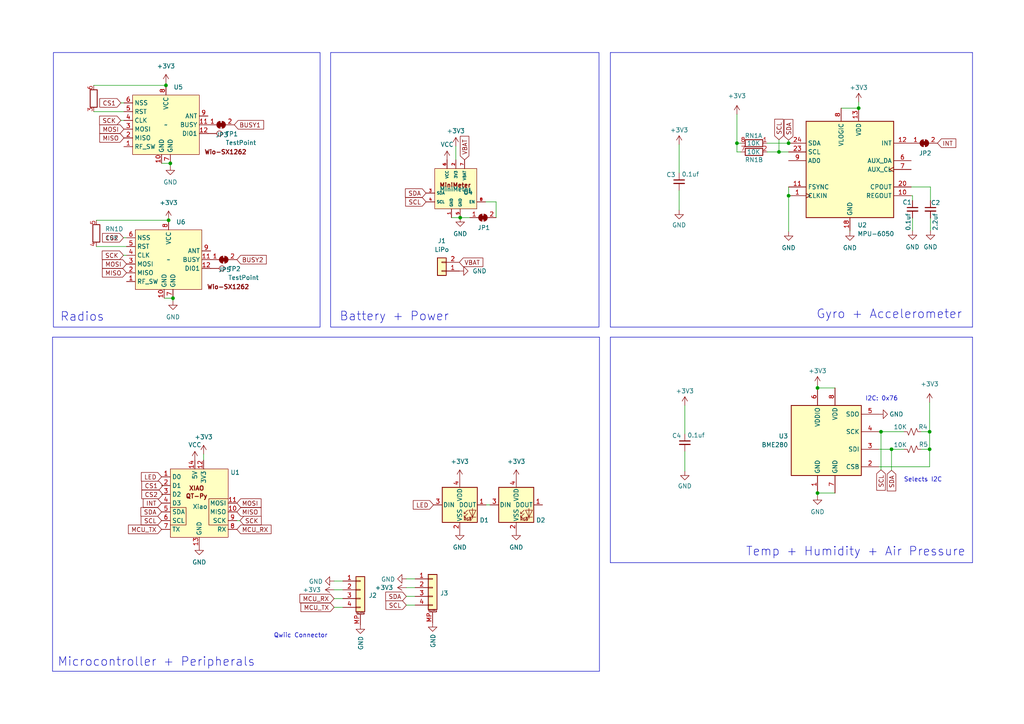
<source format=kicad_sch>
(kicad_sch (version 20230121) (generator eeschema)
  (paper "A4")
  (lib_symbols
    (symbol "Connector:TestPoint" (pin_numbers hide) (pin_names (offset 0.762) hide)
      (property "Reference" "TP" (at 0 6.858 0))
      (property "Value" "TestPoint" (at 0 5.08 0))
      (symbol "TestPoint_0_1"
        (circle (center 0 3.302) (radius 0.762))
      )
      (symbol "TestPoint_1_1"
        (pin passive line (at 0 0 90) (length 2.54) (name "1") (number "1"))
      )
    )
    (symbol "Connector_Generic:Conn_01x02" (pin_names (offset 1.016) hide)
      (property "Reference" "J" (at 0 2.54 0))
      (property "Value" "Conn_01x02" (at 0 -5.08 0))
      (symbol "Conn_01x02_1_1"
        (rectangle (start -1.27 -2.413) (end 0 -2.667) (stroke (width 0.1524)))
        (rectangle (start -1.27 0.127) (end 0 -0.127) (stroke (width 0.1524)))
        (rectangle (start -1.27 1.27) (end 1.27 -3.81) (stroke (width 0.254)) (fill (type background)))
        (pin passive line (at -5.08 0 0) (length 3.81) (name "Pin_1") (number "1"))
        (pin passive line (at -5.08 -2.54 0) (length 3.81) (name "Pin_2") (number "2"))
      )
    )
    (symbol "Connector_Generic_MountingPin:Conn_01x04_MountingPin" (pin_names (offset 1.016) hide)
      (property "Reference" "J" (at 0 5.08 0))
      (property "Value" "Conn_01x04_MountingPin" (at 1.27 -7.62 0))
      (symbol "Conn_01x04_MountingPin_1_1"
        (rectangle (start -1.27 -4.953) (end 0 -5.207) (stroke (width 0.1524)))
        (rectangle (start -1.27 -2.413) (end 0 -2.667) (stroke (width 0.1524)))
        (rectangle (start -1.27 0.127) (end 0 -0.127) (stroke (width 0.1524)))
        (rectangle (start -1.27 2.667) (end 0 2.413) (stroke (width 0.1524)))
        (rectangle (start -1.27 3.81) (end 1.27 -6.35) (stroke (width 0.254)) (fill (type background)))
        (polyline (pts (xy -1.016 -7.112) (xy 1.016 -7.112)) (stroke (width 0.1524)))
        (text "Mounting" (at 0 -6.731 0) (effects (font (size 0.381 0.381))))
        (pin passive line (at -5.08 2.54 0) (length 3.81) (name "Pin_1") (number "1"))
        (pin passive line (at -5.08 0 0) (length 3.81) (name "Pin_2") (number "2"))
        (pin passive line (at -5.08 -2.54 0) (length 3.81) (name "Pin_3") (number "3"))
        (pin passive line (at -5.08 -5.08 0) (length 3.81) (name "Pin_4") (number "4"))
        (pin passive line (at 0 -10.16 90) (length 3.048) (name "MountPin") (number "MP"))
      )
    )
    (symbol "Device:C_Small" (pin_numbers hide) (pin_names (offset 0.254) hide)
      (property "Reference" "C" (at 0.254 1.778 0))
      (property "Value" "C_Small" (at 0.254 -2.032 0))
      (symbol "C_Small_0_1"
        (polyline (pts (xy -1.524 -0.508) (xy 1.524 -0.508)) (stroke (width 0.3302)))
        (polyline (pts (xy -1.524 0.508) (xy 1.524 0.508)) (stroke (width 0.3048)))
      )
      (symbol "C_Small_1_1"
        (pin passive line (at 0 2.54 270) (length 2.032) (name "~") (number "1"))
        (pin passive line (at 0 -2.54 90) (length 2.032) (name "~") (number "2"))
      )
    )
    (symbol "Device:R_Pack04_Split" (pin_names (offset 0) hide)
      (property "Reference" "RN" (at 2.032 0 90))
      (property "Value" "R_Pack04_Split" (at 0 0 90))
      (symbol "R_Pack04_Split_0_1"
        (rectangle (start 1.016 2.54) (end -1.016 -2.54) (stroke (width 0.254)))
      )
      (symbol "R_Pack04_Split_1_1"
        (pin passive line (at 0 -3.81 90) (length 1.27) (name "R1.1") (number "1"))
        (pin passive line (at 0 3.81 270) (length 1.27) (name "R1.2") (number "8"))
      )
      (symbol "R_Pack04_Split_2_1"
        (pin passive line (at 0 -3.81 90) (length 1.27) (name "R2.1") (number "2"))
        (pin passive line (at 0 3.81 270) (length 1.27) (name "R2.2") (number "7"))
      )
      (symbol "R_Pack04_Split_3_1"
        (pin passive line (at 0 -3.81 90) (length 1.27) (name "R3.1") (number "3"))
        (pin passive line (at 0 3.81 270) (length 1.27) (name "R3.2") (number "6"))
      )
      (symbol "R_Pack04_Split_4_1"
        (pin passive line (at 0 -3.81 90) (length 1.27) (name "R4.1") (number "4"))
        (pin passive line (at 0 3.81 270) (length 1.27) (name "R4.2") (number "5"))
      )
    )
    (symbol "Device:R_Small_US" (pin_numbers hide) (pin_names (offset 0.254) hide)
      (property "Reference" "R" (at 0.762 0.508 0))
      (property "Value" "R_Small_US" (at 0.762 -1.016 0))
      (symbol "R_Small_US_1_1"
        (polyline (pts (xy 0 0) (xy 1.016 -0.381) (xy 0 -0.762) (xy -1.016 -1.143) (xy 0 -1.524)))
        (polyline (pts (xy 0 1.524) (xy 1.016 1.143) (xy 0 0.762) (xy -1.016 0.381) (xy 0 0)))
        (pin passive line (at 0 2.54 270) (length 1.016) (name "~") (number "1"))
        (pin passive line (at 0 -2.54 90) (length 1.016) (name "~") (number "2"))
      )
    )
    (symbol "Jumper:SolderJumper_2_Bridged" (pin_names (offset 0) hide)
      (property "Reference" "JP" (at 0 2.032 0))
      (property "Value" "SolderJumper_2_Bridged" (at 0 -2.54 0))
      (symbol "SolderJumper_2_Bridged_0_1"
        (rectangle (start -0.508 0.508) (end 0.508 -0.508) (fill (type outline)))
        (arc (start -0.254 1.016) (mid -1.2656 0) (end -0.254 -1.016))
        (arc (start -0.254 1.016) (mid -1.2656 0) (end -0.254 -1.016) (fill (type outline)))
        (polyline (pts (xy -0.254 1.016) (xy -0.254 -1.016)))
        (polyline (pts (xy 0.254 1.016) (xy 0.254 -1.016)))
        (arc (start 0.254 -1.016) (mid 1.2656 0) (end 0.254 1.016))
        (arc (start 0.254 -1.016) (mid 1.2656 0) (end 0.254 1.016) (fill (type outline)))
      )
      (symbol "SolderJumper_2_Bridged_1_1"
        (pin passive line (at -3.81 0 0) (length 2.54) (name "A") (number "1"))
        (pin passive line (at 3.81 0 180) (length 2.54) (name "B") (number "2"))
      )
    )
    (symbol "LED:SK6812MINI" (pin_names (offset 0.254))
      (property "Reference" "D" (at 5.08 5.715 0))
      (property "Value" "SK6812MINI" (at 1.27 -5.715 0))
      (symbol "SK6812MINI_0_0"
        (text "RGB" (at 2.286 -4.191 0) (effects (font (size 0.762 0.762))))
      )
      (symbol "SK6812MINI_0_1"
        (polyline (pts (xy 1.27 -3.556) (xy 1.778 -3.556)))
        (polyline (pts (xy 1.27 -2.54) (xy 1.778 -2.54)))
        (polyline (pts (xy 4.699 -3.556) (xy 2.667 -3.556)))
        (polyline (pts (xy 2.286 -2.54) (xy 1.27 -3.556) (xy 1.27 -3.048)))
        (polyline (pts (xy 2.286 -1.524) (xy 1.27 -2.54) (xy 1.27 -2.032)))
        (polyline (pts (xy 3.683 -1.016) (xy 3.683 -3.556) (xy 3.683 -4.064)))
        (polyline (pts (xy 4.699 -1.524) (xy 2.667 -1.524) (xy 3.683 -3.556) (xy 4.699 -1.524)))
        (rectangle (start 5.08 5.08) (end -5.08 -5.08) (stroke (width 0.254)) (fill (type background)))
      )
      (symbol "SK6812MINI_1_1"
        (pin output line (at 7.62 0 180) (length 2.54) (name "DOUT") (number "1"))
        (pin power_in line (at 0 -7.62 90) (length 2.54) (name "VSS") (number "2"))
        (pin input line (at -7.62 0 0) (length 2.54) (name "DIN") (number "3"))
        (pin power_in line (at 0 7.62 270) (length 2.54) (name "VDD") (number "4"))
      )
    )
    (symbol "MicroControllers:XIAO / QT-Py ESP32"
      (property "Reference" "U1" (at 10.414 8.89 0))
      (property "Value" "~" (at 0.254 -1.016 0))
      (symbol "XIAO / QT-Py ESP32_1_1"
        (rectangle (start -8.382 9.906) (end 8.382 -9.906) (fill (type background)))
        (polyline (pts (xy -8.382 -6.35) (xy -3.81 -6.35) (xy -3.81 -1.27) (xy -8.382 -1.27)))
        (polyline (pts (xy 8.382 1.27) (xy 2.794 1.27) (xy 2.794 -6.35) (xy 8.382 -6.35)))
        (text "QT-Py" (at -0.762 2.032 0) (effects (font (size 1.27 1.27) bold)))
        (text "XIAO" (at -0.762 4.318 0) (effects (font (size 1.27 1.27) bold)))
        (pin bidirectional line (at -10.922 7.62 0) (length 2.54) (name "D0") (number "1"))
        (pin bidirectional line (at 10.922 -2.54 180) (length 2.54) (name "MISO") (number "10"))
        (pin bidirectional line (at 10.922 0 180) (length 2.54) (name "MOSI") (number "11"))
        (pin power_out line (at 1.27 12.446 270) (length 2.54) (name "3V3") (number "12"))
        (pin bidirectional line (at 0 -12.446 90) (length 2.54) (name "GND") (number "13"))
        (pin power_in line (at -1.27 12.446 270) (length 2.54) (name "5V") (number "14"))
        (pin bidirectional line (at -10.922 5.08 0) (length 2.54) (name "D1") (number "2"))
        (pin bidirectional line (at -10.922 2.54 0) (length 2.54) (name "D2") (number "3"))
        (pin bidirectional line (at -10.922 0 0) (length 2.54) (name "D3") (number "4"))
        (pin bidirectional line (at -10.922 -2.54 0) (length 2.54) (name "SDA") (number "5"))
        (pin bidirectional line (at -10.922 -5.08 0) (length 2.54) (name "SCL") (number "6"))
        (pin bidirectional line (at -10.922 -7.62 0) (length 2.54) (name "TX") (number "7"))
        (pin bidirectional line (at 10.922 -7.62 180) (length 2.54) (name "RX") (number "8"))
        (pin bidirectional line (at 10.922 -5.08 180) (length 2.54) (name "SCK") (number "9"))
      )
    )
    (symbol "PicoCharge:MiniMeter"
      (property "Reference" "U" (at 3.556 -1.016 0))
      (symbol "MiniMeter_1_1"
        (rectangle (start -6.096 5.842) (end 6.096 -5.842) (fill (type background)))
        (text "MiniMeter" (at -4.826 1.016 0) (effects (font (size 1.27 1.27) bold) (justify left)))
        (pin passive line (at -1.27 -8.382 90) (length 2.54) (name "GND") (number "1"))
        (pin power_out line (at 0 8.382 270) (length 2.54) (name "3V3") (number "2"))
        (pin input line (at -8.636 -1.27 0) (length 2.54) (name "SDA") (number "3"))
        (pin output line (at -8.636 -3.81 0) (length 2.54) (name "SCL") (number "4"))
        (pin passive line (at 1.27 -8.382 90) (length 2.54) (name "GND") (number "5"))
        (pin power_in line (at -2.54 8.382 270) (length 2.54) (name "VCC") (number "6"))
        (pin power_in line (at 2.54 8.382 270) (length 2.54) (name "VBAT") (number "7"))
        (pin passive line (at 8.636 -3.81 180) (length 2.54) (name "EN") (number "8"))
      )
    )
    (symbol "Seeed:Wio-SX1262"
      (property "Reference" "U" (at 0 0 0))
      (symbol "Wio-SX1262_0_0"
        (pin unspecified line (at -12.192 -6.35 0) (length 2.54) (name "RF_SW") (number "1"))
        (pin unspecified line (at -1.27 -11.176 90) (length 2.54) (name "GND") (number "10"))
        (pin unspecified line (at 12.192 0 180) (length 2.54) (name "BUSY") (number "11"))
        (pin unspecified line (at 12.192 -2.54 180) (length 2.54) (name "DI01") (number "12"))
        (pin unspecified line (at -12.192 -3.81 0) (length 2.54) (name "MISO") (number "2"))
        (pin unspecified line (at -12.192 -1.27 0) (length 2.54) (name "MOSI") (number "3"))
        (pin unspecified line (at -12.192 1.27 0) (length 2.54) (name "CLK") (number "4"))
        (pin unspecified line (at -12.192 3.81 0) (length 2.54) (name "RST") (number "5"))
        (pin unspecified line (at -12.192 6.35 0) (length 2.54) (name "NSS") (number "6"))
        (pin power_in line (at 1.27 -11.176 90) (length 2.54) (name "GND") (number "7"))
        (pin power_in line (at 0 11.176 270) (length 2.54) (name "VCC") (number "8"))
        (pin unspecified line (at 12.192 2.54 180) (length 2.54) (name "ANT") (number "9"))
      )
      (symbol "Wio-SX1262_1_1"
        (rectangle (start -9.652 8.636) (end 9.652 -8.636) (fill (type background)))
        (text "Wio-SX1262" (at 17.272 -7.874 0) (effects (font (size 1.27 1.27) bold)))
      )
    )
    (symbol "Sensor:BME280"
      (property "Reference" "U" (at -8.89 11.43 0))
      (property "Value" "BME280" (at 7.62 11.43 0))
      (symbol "BME280_0_1"
        (rectangle (start -10.16 10.16) (end 10.16 -10.16) (stroke (width 0.254)) (fill (type background)))
      )
      (symbol "BME280_1_1"
        (pin power_in line (at -2.54 -15.24 90) (length 5.08) (name "GND") (number "1"))
        (pin input line (at 15.24 -7.62 180) (length 5.08) (name "CSB") (number "2"))
        (pin bidirectional line (at 15.24 -2.54 180) (length 5.08) (name "SDI") (number "3"))
        (pin input line (at 15.24 2.54 180) (length 5.08) (name "SCK") (number "4"))
        (pin bidirectional line (at 15.24 7.62 180) (length 5.08) (name "SDO") (number "5"))
        (pin power_in line (at -2.54 15.24 270) (length 5.08) (name "VDDIO") (number "6"))
        (pin power_in line (at 2.54 -15.24 90) (length 5.08) (name "GND") (number "7"))
        (pin power_in line (at 2.54 15.24 270) (length 5.08) (name "VDD") (number "8"))
      )
    )
    (symbol "Sensor_Motion:MPU-6050"
      (property "Reference" "U" (at -11.43 13.97 0))
      (property "Value" "MPU-6050" (at 7.62 -15.24 0))
      (symbol "MPU-6050_0_0"
        (text "" (at 12.7 -2.54 0) (effects (font (size 1.27 1.27))))
      )
      (symbol "MPU-6050_0_1"
        (rectangle (start -12.7 13.97) (end 12.7 -13.97) (stroke (width 0.254)) (fill (type background)))
      )
      (symbol "MPU-6050_1_1"
        (pin input clock (at -17.78 -7.62 0) (length 5.08) (name "CLKIN") (number "1"))
        (pin passive line (at 17.78 -7.62 180) (length 5.08) (name "REGOUT") (number "10"))
        (pin input line (at -17.78 -5.08 0) (length 5.08) (name "FSYNC") (number "11"))
        (pin output line (at 17.78 7.62 180) (length 5.08) (name "INT") (number "12"))
        (pin power_in line (at 2.54 17.78 270) (length 3.81) (name "VDD") (number "13"))
        (pin no_connect line (at -12.7 -10.16 0) (length 2.54) hide (name "NC") (number "14"))
        (pin no_connect line (at 12.7 12.7 180) (length 2.54) hide (name "NC") (number "15"))
        (pin no_connect line (at 12.7 10.16 180) (length 2.54) hide (name "NC") (number "16"))
        (pin no_connect line (at 12.7 5.08 180) (length 2.54) hide (name "NC") (number "17"))
        (pin power_in line (at 0 -17.78 90) (length 3.81) (name "GND") (number "18"))
        (pin no_connect line (at 12.7 -10.16 180) (length 2.54) hide (name "RESV") (number "19"))
        (pin no_connect line (at -12.7 12.7 0) (length 2.54) hide (name "NC") (number "2"))
        (pin passive line (at 17.78 -5.08 180) (length 5.08) (name "CPOUT") (number "20"))
        (pin no_connect line (at 12.7 -2.54 180) (length 2.54) hide (name "RESV") (number "21"))
        (pin no_connect line (at 12.7 -12.7 180) (length 2.54) hide (name "RESV") (number "22"))
        (pin input line (at -17.78 5.08 0) (length 5.08) (name "SCL") (number "23"))
        (pin bidirectional line (at -17.78 7.62 0) (length 5.08) (name "SDA") (number "24"))
        (pin no_connect line (at -12.7 10.16 0) (length 2.54) hide (name "NC") (number "3"))
        (pin no_connect line (at -12.7 0 0) (length 2.54) hide (name "NC") (number "4"))
        (pin no_connect line (at -12.7 -2.54 0) (length 2.54) hide (name "NC") (number "5"))
        (pin bidirectional line (at 17.78 2.54 180) (length 5.08) (name "AUX_DA") (number "6"))
        (pin output clock (at 17.78 0 180) (length 5.08) (name "AUX_CL") (number "7"))
        (pin power_in line (at -2.54 17.78 270) (length 3.81) (name "VLOGIC") (number "8"))
        (pin input line (at -17.78 2.54 0) (length 5.08) (name "AD0") (number "9"))
      )
    )
    (symbol "Wio-SX1262_1"
      (property "Reference" "U" (at 0 0 0))
      (symbol "Wio-SX1262_1_0_0"
        (pin unspecified line (at -12.192 -6.35 0) (length 2.54) (name "RF_SW") (number "1"))
        (pin unspecified line (at -1.27 -11.176 90) (length 2.54) (name "GND") (number "10"))
        (pin unspecified line (at 12.192 0 180) (length 2.54) (name "BUSY") (number "11"))
        (pin unspecified line (at 12.192 -2.54 180) (length 2.54) (name "DI01") (number "12"))
        (pin unspecified line (at -12.192 -3.81 0) (length 2.54) (name "MISO") (number "2"))
        (pin unspecified line (at -12.192 -1.27 0) (length 2.54) (name "MOSI") (number "3"))
        (pin unspecified line (at -12.192 1.27 0) (length 2.54) (name "CLK") (number "4"))
        (pin unspecified line (at -12.192 3.81 0) (length 2.54) (name "RST") (number "5"))
        (pin unspecified line (at -12.192 6.35 0) (length 2.54) (name "NSS") (number "6"))
        (pin power_in line (at 1.27 -11.176 90) (length 2.54) (name "GND") (number "7"))
        (pin power_in line (at 0 11.176 270) (length 2.54) (name "VCC") (number "8"))
        (pin unspecified line (at 12.192 2.54 180) (length 2.54) (name "ANT") (number "9"))
      )
      (symbol "Wio-SX1262_1_1_1"
        (rectangle (start -9.652 8.636) (end 9.652 -8.636) (fill (type background)))
        (text "Wio-SX1262" (at 17.272 -7.874 0) (effects (font (size 1.27 1.27) bold)))
      )
    )
    (symbol "power:+3V3" (power) (pin_names (offset 0))
      (property "Value" "+3V3" (at 0 3.556 0))
      (symbol "+3V3_0_1"
        (polyline (pts (xy -0.762 1.27) (xy 0 2.54)))
        (polyline (pts (xy 0 0) (xy 0 2.54)))
        (polyline (pts (xy 0 2.54) (xy 0.762 1.27)))
      )
      (symbol "+3V3_1_1"
        (pin power_in line (at 0 0 90) (length 0) hide (name "+3V3") (number "1"))
      )
    )
    (symbol "power:GND" (power) (pin_names (offset 0))
      (property "Value" "GND" (at 0 -3.81 0))
      (symbol "GND_0_1"
        (polyline (pts (xy 0 0) (xy 0 -1.27) (xy 1.27 -1.27) (xy 0 -2.54) (xy -1.27 -1.27) (xy 0 -1.27)))
      )
      (symbol "GND_1_1"
        (pin power_in line (at 0 0 270) (length 0) hide (name "GND") (number "1"))
      )
    )
    (symbol "power:VCC" (power) (pin_names (offset 0))
      (property "Value" "VCC" (at 0 3.81 0))
      (symbol "VCC_0_1"
        (polyline (pts (xy -0.762 1.27) (xy 0 2.54)))
        (polyline (pts (xy 0 0) (xy 0 2.54)))
        (polyline (pts (xy 0 2.54) (xy 0.762 1.27)))
      )
      (symbol "VCC_1_1"
        (pin power_in line (at 0 0 90) (length 0) hide (name "VCC") (number "1"))
      )
    )
  )
  (junction (at 225.933 44.069))
  (junction (at 48.133 24.765))
  (junction (at 255.524 125.222))
  (junction (at 269.621 125.222))
  (junction (at 237.109 143.002))
  (junction (at 133.477 63.119))
  (junction (at 50.165 86.487))
  (junction (at 228.727 56.769))
  (junction (at 258.572 130.302))
  (junction (at 269.621 130.302))
  (junction (at 237.109 112.522))
  (junction (at 49.403 47.371))
  (junction (at 228.727 41.529))
  (junction (at 213.741 41.529))
  (junction (at 48.895 63.881))
  (junction (at 249.047 31.369))
  (wire (pts (xy 243.967 31.369) (xy 249.047 31.369)))
  (wire (pts (xy 213.741 33.147) (xy 213.741 41.529)))
  (wire (pts (xy 249.047 29.591) (xy 249.047 31.369)))
  (polyline (pts (xy 15.24 194.691) (xy 173.863 194.691)))
  (wire (pts (xy 49.403 48.133) (xy 49.403 47.371)))
  (wire (pts (xy 196.977 41.91) (xy 196.977 50.165)))
  (polyline (pts (xy 15.24 97.79) (xy 15.24 194.691)))
  (wire (pts (xy 48.895 63.881) (xy 48.895 64.135)))
  (wire (pts (xy 237.109 111.76) (xy 237.109 112.522)))
  (wire (pts (xy 264.668 56.769) (xy 264.287 56.769)))
  (wire (pts (xy 264.668 58.166) (xy 264.668 56.769)))
  (polyline (pts (xy 173.863 97.79) (xy 173.863 194.691)))
  (wire (pts (xy 222.504 44.069) (xy 225.933 44.069)))
  (wire (pts (xy 27.178 32.385) (xy 35.941 32.385)))
  (wire (pts (xy 96.901 176.149) (xy 99.441 176.149)))
  (wire (pts (xy 48.133 24.13) (xy 48.133 24.765)))
  (wire (pts (xy 35.052 34.925) (xy 35.941 34.925)))
  (wire (pts (xy 213.741 41.529) (xy 213.741 44.069)))
  (wire (pts (xy 237.109 143.764) (xy 237.109 143.002)))
  (wire (pts (xy 96.901 171.069) (xy 99.441 171.069)))
  (wire (pts (xy 27.94 63.881) (xy 48.895 63.881)))
  (wire (pts (xy 228.727 40.64) (xy 228.727 41.529)))
  (polyline (pts (xy 173.863 97.79) (xy 15.24 97.79)))
  (polyline (pts (xy 177.038 15.24) (xy 177.038 94.869)))
  (wire (pts (xy 48.133 24.765) (xy 48.133 25.019)))
  (wire (pts (xy 117.856 175.514) (xy 120.396 175.514)))
  (wire (pts (xy 269.621 130.302) (xy 267.208 130.302)))
  (wire (pts (xy 120.396 172.974) (xy 117.856 172.974)))
  (wire (pts (xy 222.504 41.529) (xy 228.727 41.529)))
  (wire (pts (xy 237.109 143.002) (xy 242.189 143.002)))
  (wire (pts (xy 117.856 167.894) (xy 120.396 167.894)))
  (wire (pts (xy 254.889 125.222) (xy 255.524 125.222)))
  (wire (pts (xy 35.814 74.041) (xy 36.703 74.041)))
  (wire (pts (xy 246.507 66.929) (xy 246.507 67.183)))
  (wire (pts (xy 196.977 55.245) (xy 196.977 60.96)))
  (wire (pts (xy 99.441 173.609) (xy 96.901 173.609)))
  (wire (pts (xy 69.596 151.003) (xy 68.707 151.003)))
  (wire (pts (xy 198.628 117.602) (xy 198.628 125.857)))
  (wire (pts (xy 237.109 112.522) (xy 242.189 112.522)))
  (wire (pts (xy 255.524 125.222) (xy 262.128 125.222)))
  (wire (pts (xy 50.165 86.487) (xy 47.625 86.487)))
  (wire (pts (xy 117.856 170.434) (xy 120.396 170.434)))
  (wire (pts (xy 143.891 58.547) (xy 140.843 58.547)))
  (wire (pts (xy 49.403 47.371) (xy 46.863 47.371)))
  (wire (pts (xy 213.741 44.069) (xy 214.884 44.069)))
  (wire (pts (xy 254.889 135.382) (xy 269.621 135.382)))
  (wire (pts (xy 254.889 130.302) (xy 258.572 130.302)))
  (wire (pts (xy 136.271 63.119) (xy 133.477 63.119)))
  (wire (pts (xy 258.572 136.398) (xy 258.572 130.302)))
  (polyline (pts (xy 177.038 97.79) (xy 282.067 97.79)))
  (wire (pts (xy 228.727 54.229) (xy 228.727 56.769)))
  (wire (pts (xy 59.055 131.699) (xy 59.055 133.477)))
  (wire (pts (xy 258.572 130.302) (xy 262.128 130.302)))
  (wire (pts (xy 228.727 67.183) (xy 228.727 56.769)))
  (wire (pts (xy 132.207 42.418) (xy 132.207 46.355)))
  (wire (pts (xy 50.165 87.249) (xy 50.165 86.487)))
  (polyline (pts (xy 282.067 163.195) (xy 177.038 163.195)))
  (wire (pts (xy 255.524 136.271) (xy 255.524 125.222)))
  (wire (pts (xy 267.208 125.222) (xy 269.621 125.222)))
  (wire (pts (xy 213.741 41.529) (xy 214.884 41.529)))
  (wire (pts (xy 47.244 143.383) (xy 46.863 143.383)))
  (wire (pts (xy 269.875 54.229) (xy 269.875 58.166)))
  (wire (pts (xy 269.875 66.929) (xy 269.875 63.246)))
  (wire (pts (xy 198.628 130.937) (xy 198.628 136.652)))
  (wire (pts (xy 27.94 71.501) (xy 36.703 71.501)))
  (wire (pts (xy 225.933 44.069) (xy 228.727 44.069)))
  (wire (pts (xy 264.668 66.929) (xy 264.668 63.246)))
  (wire (pts (xy 35.052 29.845) (xy 35.941 29.845)))
  (polyline (pts (xy 177.038 94.869) (xy 282.067 94.869)))
  (wire (pts (xy 35.814 68.961) (xy 36.703 68.961)))
  (wire (pts (xy 27.178 24.765) (xy 48.133 24.765)))
  (polyline (pts (xy 282.067 97.79) (xy 282.067 163.195)))
  (wire (pts (xy 225.933 40.513) (xy 225.933 44.069)))
  (wire (pts (xy 264.287 54.229) (xy 269.875 54.229)))
  (wire (pts (xy 47.244 140.843) (xy 46.863 140.843)))
  (wire (pts (xy 130.937 63.119) (xy 133.477 63.119)))
  (wire (pts (xy 269.621 116.713) (xy 269.621 125.222)))
  (wire (pts (xy 269.621 125.222) (xy 269.621 130.302)))
  (wire (pts (xy 269.621 135.382) (xy 269.621 130.302)))
  (wire (pts (xy 142.113 146.431) (xy 140.97 146.431)))
  (polyline (pts (xy 282.067 94.869) (xy 282.067 15.24)))
  (wire (pts (xy 143.891 63.119) (xy 143.891 58.547)))
  (polyline (pts (xy 282.067 15.24) (xy 177.038 15.24)))
  (polyline (pts (xy 177.038 163.195) (xy 177.038 97.79)))
  (wire (pts (xy 48.895 63.754) (xy 48.895 63.881)))
  (wire (pts (xy 96.901 168.529) (xy 99.441 168.529)))
  (rectangle (start 15.494 15.24) (end 92.837 94.869))
  (rectangle (start 95.885 15.24) (end 173.736 94.869))
  (text "Radios" (at 17.399 93.472 0) (effects (font (size 2.54 2.54)) (justify left bottom)))
  (text "Microcontroller + Peripherals" (at 16.637 193.548 0) (effects (font (size 2.54 2.54)) (justify left bottom)))
  (text "I2C: 0x76" (at 250.952 116.459 0) (effects (font (size 1.27 1.27)) (justify left bottom)))
  (text "Gyro + Accelerometer" (at 236.728 92.71 0) (effects (font (size 2.54 2.54)) (justify left bottom)))
  (text "Temp + Humidity + Air Pressure" (at 216.281 161.544 0) (effects (font (size 2.54 2.54)) (justify left bottom)))
  (text "Selects I2C" (at 262.128 139.954 0) (effects (font (size 1.27 1.27)) (justify left bottom)))
  (text "Battery + Power" (at 98.425 93.345 0) (effects (font (size 2.54 2.54)) (justify left bottom)))
  (text "Qwiic Connector" (at 79.375 185.166 0) (effects (font (size 1.27 1.27)) (justify left bottom)))
  (global_label "MISO" (shape input) (at 35.941 40.005 180) (property "Intersheetrefs" "${INTERSHEET_REFS}" (effects hide)))
  (global_label "SDA" (shape input) (at 228.727 40.64 90) (property "Intersheetrefs" "${INTERSHEET_REFS}" (effects hide)))
  (global_label "MOSI" (shape input) (at 36.703 76.581 180) (property "Intersheetrefs" "${INTERSHEET_REFS}" (effects hide)))
  (global_label "MCU_RX" (shape input) (at 68.707 153.543 0) (property "Intersheetrefs" "${INTERSHEET_REFS}" (effects hide)))
  (global_label "CS1" (shape input) (at 35.052 29.845 180) (property "Intersheetrefs" "${INTERSHEET_REFS}" (effects hide)))
  (global_label "MCU_TX" (shape input) (at 96.901 176.149 180) (property "Intersheetrefs" "${INTERSHEET_REFS}" (effects hide)))
  (global_label "CS1" (shape input) (at 47.244 140.843 180) (property "Intersheetrefs" "${INTERSHEET_REFS}" (effects hide)))
  (global_label "BUSY1" (shape input) (at 67.945 36.195 0) (property "Intersheetrefs" "${INTERSHEET_REFS}" (effects hide)))
  (global_label "SCL" (shape input) (at 225.933 40.513 90) (property "Intersheetrefs" "${INTERSHEET_REFS}" (effects hide)))
  (global_label "MISO" (shape input) (at 36.703 79.121 180) (property "Intersheetrefs" "${INTERSHEET_REFS}" (effects hide)))
  (global_label "MCU_RX" (shape input) (at 96.901 173.609 180) (property "Intersheetrefs" "${INTERSHEET_REFS}" (effects hide)))
  (global_label "SDA" (shape input) (at 258.572 136.398 270) (property "Intersheetrefs" "${INTERSHEET_REFS}" (effects hide)))
  (global_label "SCL" (shape input) (at 46.863 151.003 180) (property "Intersheetrefs" "${INTERSHEET_REFS}" (effects hide)))
  (global_label "SCL" (shape input) (at 123.571 58.547 180) (property "Intersheetrefs" "${INTERSHEET_REFS}" (effects hide)))
  (global_label "SCK" (shape input) (at 69.596 151.003 0) (property "Intersheetrefs" "${INTERSHEET_REFS}" (effects hide)))
  (global_label "LED" (shape input) (at 125.73 146.431 180) (property "Intersheetrefs" "${INTERSHEET_REFS}" (effects hide)))
  (global_label "SDA" (shape input) (at 117.856 172.974 180) (property "Intersheetrefs" "${INTERSHEET_REFS}" (effects hide)))
  (global_label "SCL" (shape input) (at 255.524 136.271 270) (property "Intersheetrefs" "${INTERSHEET_REFS}" (effects hide)))
  (global_label "VBAT" (shape input) (at 134.747 46.355 90) (property "Intersheetrefs" "${INTERSHEET_REFS}" (effects hide)))
  (global_label "SDA" (shape input) (at 123.571 56.007 180) (property "Intersheetrefs" "${INTERSHEET_REFS}" (effects hide)))
  (global_label "MOSI" (shape input) (at 35.941 37.465 180) (property "Intersheetrefs" "${INTERSHEET_REFS}" (effects hide)))
  (global_label "SCL" (shape input) (at 117.856 175.514 180) (property "Intersheetrefs" "${INTERSHEET_REFS}" (effects hide)))
  (global_label "SCK" (shape input) (at 35.814 74.041 180) (property "Intersheetrefs" "${INTERSHEET_REFS}" (effects hide)))
  (global_label "LED" (shape input) (at 46.863 138.303 180) (property "Intersheetrefs" "${INTERSHEET_REFS}" (effects hide)))
  (global_label "SDA" (shape input) (at 46.863 148.463 180) (property "Intersheetrefs" "${INTERSHEET_REFS}" (effects hide)))
  (global_label "MCU_TX" (shape input) (at 46.863 153.543 180) (property "Intersheetrefs" "${INTERSHEET_REFS}" (effects hide)))
  (global_label "INT" (shape input) (at 271.907 41.529 0) (property "Intersheetrefs" "${INTERSHEET_REFS}" (effects hide)))
  (global_label "SCK" (shape input) (at 35.052 34.925 180) (property "Intersheetrefs" "${INTERSHEET_REFS}" (effects hide)))
  (global_label "CS2" (shape input) (at 35.814 68.961 180) (property "Intersheetrefs" "${INTERSHEET_REFS}" (effects hide)))
  (global_label "MOSI" (shape input) (at 68.707 145.923 0) (property "Intersheetrefs" "${INTERSHEET_REFS}" (effects hide)))
  (global_label "INT" (shape input) (at 46.863 145.923 180) (property "Intersheetrefs" "${INTERSHEET_REFS}" (effects hide)))
  (global_label "MISO" (shape input) (at 68.707 148.463 0) (property "Intersheetrefs" "${INTERSHEET_REFS}" (effects hide)))
  (global_label "VBAT" (shape input) (at 133.223 76.073 0) (property "Intersheetrefs" "${INTERSHEET_REFS}" (effects hide)))
  (global_label "BUSY2" (shape input) (at 68.707 75.311 0) (property "Intersheetrefs" "${INTERSHEET_REFS}" (effects hide)))
  (global_label "CS2" (shape input) (at 47.244 143.383 180) (property "Intersheetrefs" "${INTERSHEET_REFS}" (effects hide)))
  (symbol (lib_id "power:GND") (at 96.901 168.529 270) (unit 1)
    (property "Reference" "#PWR030" (effects hide))
    (property "Value" "GND" (at 93.6498 168.656 90) (effects (justify right)))
  )
  (symbol (lib_id "power:VCC") (at 56.515 133.477 0) (unit 1)
    (property "Reference" "#PWR028" (effects hide))
    (property "Value" "VCC" (at 56.515 129.032 0))
  )
  (symbol (lib_id "power:GND") (at 237.109 143.764 0) (unit 1)
    (property "Reference" "#PWR06" (effects hide))
    (property "Value" "GND" (at 237.109 148.463 0))
  )
  (symbol (lib_id "power:GND") (at 228.727 67.183 0) (unit 1)
    (property "Reference" "#PWR07" (effects hide))
    (property "Value" "GND" (at 228.727 71.882 0))
  )
  (symbol (lib_id "power:GND") (at 198.628 136.652 0) (unit 1)
    (property "Reference" "#PWR012" (effects hide))
    (property "Value" "GND" (at 200.66 140.97 0) (effects (justify right)))
  )
  (symbol (lib_id "Jumper:SolderJumper_2_Bridged") (at 64.897 75.311 0) (unit 1)
    (property "Reference" "JP5" (at 65.151 78.232 0))
    (property "Value" "SolderJumper_2_Bridged" (effects hide))
    (property "Footprint" "Jumper:SolderJumper-2_P1.3mm_Bridged_RoundedPad1.0x1.5mm" (effects hide))
  )
  (symbol (lib_id "power:+3V3") (at 213.741 33.147 0) (unit 1)
    (property "Reference" "#PWR03" (effects hide))
    (property "Value" "+3V3" (at 213.741 27.813 0))
  )
  (symbol (lib_id "power:+3V3") (at 133.35 138.811 0) (unit 1)
    (property "Reference" "#PWR013" (effects hide))
    (property "Value" "+3V3" (at 133.35 133.858 0))
  )
  (symbol (lib_id "power:GND") (at 57.785 158.369 0) (unit 1)
    (property "Reference" "#PWR015" (effects hide))
    (property "Value" "GND" (at 57.785 163.068 0))
  )
  (symbol (lib_id "power:GND") (at 117.856 167.894 270) (unit 1)
    (property "Reference" "#PWR033" (effects hide))
    (property "Value" "GND" (at 114.6048 168.021 90) (effects (justify right)))
  )
  (symbol (lib_id "power:GND") (at 149.733 154.051 0) (unit 1)
    (property "Reference" "#PWR017" (effects hide))
    (property "Value" "GND" (at 149.733 158.75 0))
  )
  (symbol (lib_id "power:+3V3") (at 48.895 63.754 0) (unit 1)
    (property "Reference" "#PWR023" (effects hide))
    (property "Value" "+3V3" (at 48.895 58.801 0))
  )
  (symbol (lib_id "Device:R_Pack04_Split") (at 218.694 44.069 90) (unit 2)
    (property "Reference" "RN1" (at 218.694 46.355 90))
    (property "Value" "10K" (at 218.567 44.069 90))
  )
  (symbol (lib_id "power:GND") (at 264.668 66.929 0) (unit 1)
    (property "Reference" "#PWR05" (effects hide))
    (property "Value" "GND" (at 264.668 71.628 0))
  )
  (symbol (lib_id "Device:C_Small") (at 196.977 52.705 0) (mirror y) (unit 1)
    (property "Reference" "C3" (at 195.961 50.673 0) (effects (justify left)))
    (property "Value" "0.1uf" (at 202.819 50.546 0) (effects (justify left)))
    (property "Footprint" "Capacitor_SMD:C_0603_1608Metric_Pad1.08x0.95mm_HandSolder" (effects hide))
  )
  (symbol (lib_id "power:+3V3") (at 132.207 42.418 0) (unit 1)
    (property "Reference" "#PWR026" (effects hide))
    (property "Value" "+3V3" (at 132.207 37.973 0))
  )
  (symbol (lib_id "Device:R_Pack04_Split") (at 27.94 67.691 0) (unit 4)
    (property "Reference" "RN1" (at 30.48 66.421 0) (effects (justify left)))
    (property "Value" "10K" (at 30.48 68.961 0) (effects (justify left)))
  )
  (symbol (lib_id "power:VCC") (at 129.667 46.355 0) (unit 1)
    (property "Reference" "#PWR027" (effects hide))
    (property "Value" "VCC" (at 129.667 41.91 0))
  )
  (symbol (lib_id "power:GND") (at 49.403 48.133 0) (unit 1)
    (property "Reference" "#PWR022" (effects hide))
    (property "Value" "GND" (at 49.403 52.832 0))
  )
  (symbol (lib_id "power:GND") (at 104.521 181.229 0) (unit 1)
    (property "Reference" "#PWR032" (effects hide))
    (property "Value" "GND" (at 104.648 184.4802 90) (effects (justify right)))
  )
  (symbol (lib_id "LED:SK6812MINI") (at 149.733 146.431 0) (unit 1)
    (property "Reference" "D2" (at 156.845 150.876 0))
    (property "Value" "SK6812MINI" (effects hide))
    (property "Footprint" "LED_SMD:LED_SK6812MINI_PLCC4_3.5x3.5mm_P1.75mm" (effects hide))
    (property "Datasheet" "https://cdn-shop.adafruit.com/product-files/2686/SK6812MINI_REV.01-1-2.pdf" (effects hide))
  )
  (symbol (lib_id "MicroControllers:XIAO / QT-Py ESP32") (at 57.785 145.923 0) (unit 1)
    (property "Reference" "U1" (at 68.199 137.033 0))
    (property "Value" "Xiao" (at 58.039 146.939 0))
    (property "Footprint" "LyndLabs Footprints:XIAO-Generic" (effects hide))
  )
  (symbol (lib_id "power:+3V3") (at 59.055 131.699 0) (unit 1)
    (property "Reference" "#PWR08" (effects hide))
    (property "Value" "+3V3" (at 59.055 126.746 0))
  )
  (symbol (lib_id "power:+3V3") (at 149.733 138.811 0) (unit 1)
    (property "Reference" "#PWR016" (effects hide))
    (property "Value" "+3V3" (at 149.733 133.858 0))
  )
  (symbol (lib_id "PicoCharge:MiniMeter") (at 132.207 54.737 0) (unit 1)
    (property "Reference" "U4" (at 135.763 55.753 0) (effects (font bold)))
    (property "Value" "MiniMeter" (at 132.08 54.864 0))
  )
  (symbol (lib_id "power:+3V3") (at 198.628 117.602 0) (unit 1)
    (property "Reference" "#PWR018" (effects hide))
    (property "Value" "+3V3" (at 198.628 113.411 0))
  )
  (symbol (lib_id "Connector:TestPoint") (at 61.087 77.851 270) (unit 1)
    (property "Reference" "TP2" (at 66.167 77.978 90) (effects (justify left)))
    (property "Value" "TestPoint" (at 66.167 80.518 90) (effects (justify left)))
  )
  (symbol (lib_id "power:+3V3") (at 237.109 111.76 0) (unit 1)
    (property "Reference" "#PWR09" (effects hide))
    (property "Value" "+3V3" (at 237.109 107.569 0))
  )
  (symbol (lib_id "Device:C_Small") (at 198.628 128.397 0) (mirror y) (unit 1)
    (property "Reference" "C4" (at 197.612 126.365 0) (effects (justify left)))
    (property "Value" "0.1uf" (at 204.47 126.238 0) (effects (justify left)))
    (property "Footprint" "Capacitor_SMD:C_0603_1608Metric_Pad1.08x0.95mm_HandSolder" (effects hide))
  )
  (symbol (lib_id "Connector_Generic_MountingPin:Conn_01x04_MountingPin") (at 104.521 171.069 0) (unit 1)
    (property "Reference" "J2" (at 106.934 172.6946 0) (effects (justify left)))
    (property "Value" "Conn_01x04_MountingPin" (effects hide))
  )
  (symbol (lib_id "power:GND") (at 125.476 180.594 0) (unit 1)
    (property "Reference" "#PWR035" (effects hide))
    (property "Value" "GND" (at 125.603 183.8452 90) (effects (justify right)))
  )
  (symbol (lib_id "power:GND") (at 50.165 87.249 0) (unit 1)
    (property "Reference" "#PWR024" (effects hide))
    (property "Value" "GND" (at 50.165 91.948 0))
  )
  (symbol (lib_name "Wio-SX1262_1") (lib_id "Seeed:Wio-SX1262") (at 48.133 36.195 0) (unit 1)
    (property "Reference" "U5" (at 50.3271 25.273 0) (effects (justify left)))
    (property "Value" "~" (at 48.133 36.195 0))
  )
  (symbol (lib_id "Connector_Generic_MountingPin:Conn_01x04_MountingPin") (at 125.476 170.434 0) (unit 1)
    (property "Reference" "J3" (at 127.635 172.0596 0) (effects (justify left)))
    (property "Value" "Conn_01x04_MountingPin" (effects hide))
  )
  (symbol (lib_id "Device:R_Small_US") (at 264.668 125.222 90) (mirror x) (unit 1)
    (property "Reference" "R4" (at 267.716 123.825 90))
    (property "Value" "10K" (at 261.112 123.825 90))
  )
  (symbol (lib_id "Jumper:SolderJumper_2_Bridged") (at 64.135 36.195 0) (unit 1)
    (property "Reference" "JP3" (at 64.389 39.116 0))
    (property "Value" "SolderJumper_2_Bridged" (effects hide))
    (property "Footprint" "Jumper:SolderJumper-2_P1.3mm_Bridged_RoundedPad1.0x1.5mm" (effects hide))
  )
  (symbol (lib_id "power:GND") (at 196.977 60.96 0) (unit 1)
    (property "Reference" "#PWR020" (effects hide))
    (property "Value" "GND" (at 199.009 65.278 0) (effects (justify right)))
  )
  (symbol (lib_id "Sensor_Motion:MPU-6050") (at 246.507 49.149 0) (unit 1)
    (property "Reference" "U2" (at 248.7011 65.278 0) (effects (justify left)))
    (property "Value" "MPU-6050" (at 248.7011 67.818 0) (effects (justify left)))
    (property "Footprint" "Sensor_Motion:InvenSense_QFN-24_4x4mm_P0.5mm" (effects hide))
    (property "Datasheet" "https://invensense.tdk.com/wp-content/uploads/2015/02/MPU-6000-Datasheet1.pdf" (effects hide))
  )
  (symbol (lib_id "Device:R_Pack04_Split") (at 27.178 28.575 0) (unit 3)
    (property "Reference" "RN1" (effects hide))
    (property "Value" "10K" (effects hide))
  )
  (symbol (lib_id "power:+3V3") (at 249.047 29.591 0) (unit 1)
    (property "Reference" "#PWR02" (effects hide))
    (property "Value" "+3V3" (at 249.047 25.4 0))
  )
  (symbol (lib_id "Device:R_Small_US") (at 264.668 130.302 270) (mirror x) (unit 1)
    (property "Reference" "R5" (at 267.843 128.905 90))
    (property "Value" "10K" (at 261.112 129.032 90))
  )
  (symbol (lib_id "power:GND") (at 254.889 120.142 90) (unit 1)
    (property "Reference" "#PWR010" (effects hide))
    (property "Value" "GND" (at 257.937 120.142 90) (effects (justify right)))
  )
  (symbol (lib_id "Device:C_Small") (at 269.875 60.706 0) (unit 1)
    (property "Reference" "C2" (at 270.002 58.801 0) (effects (justify left)))
    (property "Value" "2.2uf" (at 271.272 66.929 90) (effects (justify left)))
    (property "Footprint" "Capacitor_SMD:C_0603_1608Metric_Pad1.08x0.95mm_HandSolder" (effects hide))
  )
  (symbol (lib_id "power:+3V3") (at 269.621 116.713 0) (mirror y) (unit 1)
    (property "Reference" "#PWR011" (effects hide))
    (property "Value" "+3V3" (at 269.621 111.379 0))
  )
  (symbol (lib_id "power:+3V3") (at 196.977 41.91 0) (unit 1)
    (property "Reference" "#PWR019" (effects hide))
    (property "Value" "+3V3" (at 196.977 37.719 0))
  )
  (symbol (lib_id "power:GND") (at 133.477 63.119 0) (unit 1)
    (property "Reference" "#PWR025" (effects hide))
    (property "Value" "GND" (at 133.477 67.818 0))
  )
  (symbol (lib_id "Connector:TestPoint") (at 60.325 38.735 270) (unit 1)
    (property "Reference" "TP1" (at 65.405 38.862 90) (effects (justify left)))
    (property "Value" "TestPoint" (at 65.405 41.402 90) (effects (justify left)))
  )
  (symbol (lib_id "power:GND") (at 246.507 67.183 0) (unit 1)
    (property "Reference" "#PWR01" (effects hide))
    (property "Value" "GND" (at 246.507 71.882 0))
  )
  (symbol (lib_id "power:+3V3") (at 48.133 24.13 0) (unit 1)
    (property "Reference" "#PWR021" (effects hide))
    (property "Value" "+3V3" (at 48.133 19.177 0))
  )
  (symbol (lib_id "Sensor:BME280") (at 239.649 127.762 0) (unit 1)
    (property "Reference" "U3" (at 228.6 126.492 0) (effects (justify right)))
    (property "Value" "BME280" (at 228.6 129.032 0) (effects (justify right)))
    (property "Footprint" "Package_LGA:Bosch_LGA-8_2.5x2.5mm_P0.65mm_ClockwisePinNumbering" (effects hide))
    (property "Datasheet" "https://www.bosch-sensortec.com/media/boschsensortec/downloads/datasheets/bst-bme280-ds002.pdf" (effects hide))
  )
  (symbol (lib_id "power:+3V3") (at 96.901 171.069 90) (unit 1)
    (property "Reference" "#PWR031" (effects hide))
    (property "Value" "+3V3" (at 93.091 171.069 90) (effects (justify left)))
  )
  (symbol (lib_id "power:+3V3") (at 117.856 170.434 90) (unit 1)
    (property "Reference" "#PWR034" (effects hide))
    (property "Value" "+3V3" (at 114.046 170.434 90) (effects (justify left)))
  )
  (symbol (lib_id "Jumper:SolderJumper_2_Bridged") (at 268.097 41.529 0) (unit 1)
    (property "Reference" "JP2" (at 268.351 44.45 0))
    (property "Value" "SolderJumper_2_Bridged" (effects hide))
    (property "Footprint" "Jumper:SolderJumper-2_P1.3mm_Bridged_RoundedPad1.0x1.5mm" (effects hide))
  )
  (symbol (lib_id "Device:R_Pack04_Split") (at 218.694 41.529 90) (unit 1)
    (property "Reference" "RN1" (at 218.567 39.37 90))
    (property "Value" "10K" (at 218.567 41.529 90))
  )
  (symbol (lib_id "power:GND") (at 133.223 78.613 90) (unit 1)
    (property "Reference" "#PWR029" (effects hide))
    (property "Value" "GND" (at 137.033 78.613 90) (effects (justify right)))
  )
  (symbol (lib_id "Connector_Generic:Conn_01x02") (at 128.143 78.613 180) (unit 1)
    (property "Reference" "J1" (at 128.143 69.85 0))
    (property "Value" "LiPo" (at 128.143 72.39 0))
  )
  (symbol (lib_id "LED:SK6812MINI") (at 133.35 146.431 0) (unit 1)
    (property "Reference" "D1" (at 140.462 150.876 0))
    (property "Value" "SK6812MINI" (effects hide))
    (property "Footprint" "LED_SMD:LED_SK6812MINI_PLCC4_3.5x3.5mm_P1.75mm" (effects hide))
    (property "Datasheet" "https://cdn-shop.adafruit.com/product-files/2686/SK6812MINI_REV.01-1-2.pdf" (effects hide))
  )
  (symbol (lib_id "power:GND") (at 269.875 66.929 0) (unit 1)
    (property "Reference" "#PWR04" (effects hide))
    (property "Value" "GND" (at 269.875 71.628 0))
  )
  (symbol (lib_id "Device:C_Small") (at 264.668 60.706 0) (unit 1)
    (property "Reference" "C1" (at 261.747 58.674 0) (effects (justify left)))
    (property "Value" "0.1uf" (at 263.398 66.929 90) (effects (justify left)))
    (property "Footprint" "Capacitor_SMD:C_0603_1608Metric_Pad1.08x0.95mm_HandSolder" (effects hide))
  )
  (symbol (lib_id "power:GND") (at 133.35 154.051 0) (unit 1)
    (property "Reference" "#PWR014" (effects hide))
    (property "Value" "GND" (at 133.35 158.75 0))
  )
  (symbol (lib_id "Seeed:Wio-SX1262") (at 48.895 75.311 0) (unit 1)
    (property "Reference" "U6" (at 51.0891 64.389 0) (effects (justify left)))
    (property "Value" "~" (at 48.895 75.311 0))
  )
  (symbol (lib_id "Jumper:SolderJumper_2_Bridged") (at 140.081 63.119 0) (unit 1)
    (property "Reference" "JP1" (at 140.335 66.04 0))
    (property "Value" "SolderJumper_2_Bridged" (effects hide))
    (property "Footprint" "Jumper:SolderJumper-2_P1.3mm_Bridged_RoundedPad1.0x1.5mm" (effects hide))
  )
)
</source>
